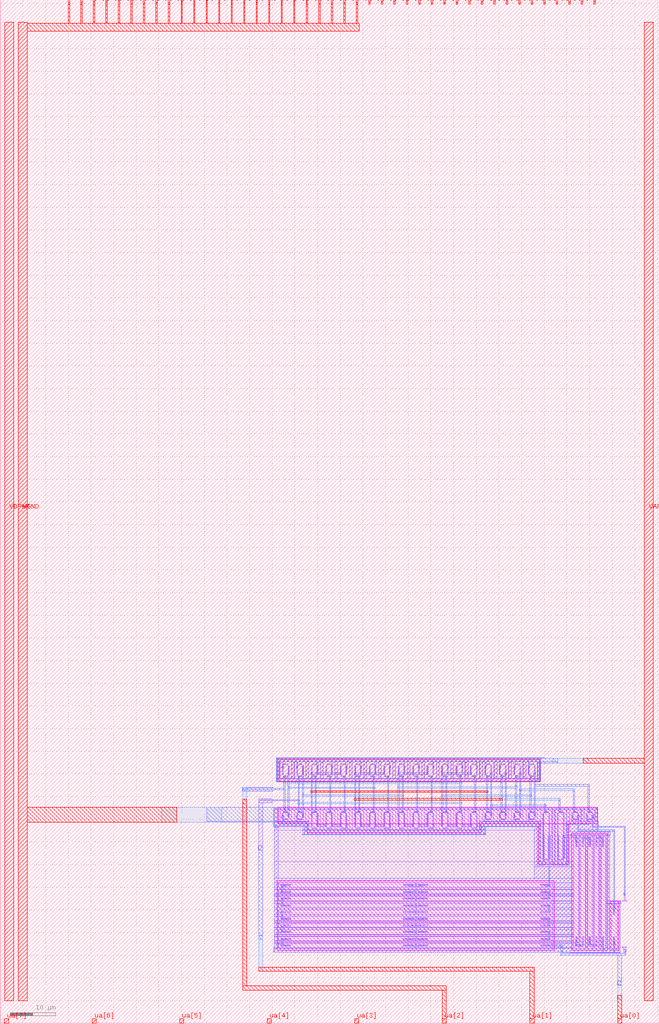
<source format=lef>
VERSION 5.7 ;
  NOWIREEXTENSIONATPIN ON ;
  DIVIDERCHAR "/" ;
  BUSBITCHARS "[]" ;
MACRO tt_um_DalinEM_G_Control
  CLASS BLOCK ;
  FOREIGN tt_um_DalinEM_G_Control ;
  ORIGIN 0.000 0.000 ;
  SIZE 145.360 BY 225.760 ;
  PIN clk
    DIRECTION INPUT ;
    USE SIGNAL ;
    PORT
      LAYER met4 ;
        RECT 128.190 224.760 128.490 225.760 ;
    END
  END clk
  PIN ena
    DIRECTION INPUT ;
    USE SIGNAL ;
    PORT
      LAYER met4 ;
        RECT 130.950 224.760 131.250 225.760 ;
    END
  END ena
  PIN rst_n
    DIRECTION INPUT ;
    USE SIGNAL ;
    PORT
      LAYER met4 ;
        RECT 125.430 224.760 125.730 225.760 ;
    END
  END rst_n
  PIN ua[0]
    DIRECTION INOUT ;
    USE SIGNAL ;
    PORT
      LAYER met4 ;
        RECT 136.170 0.000 137.070 1.000 ;
    END
  END ua[0]
  PIN ua[1]
    DIRECTION INOUT ;
    USE SIGNAL ;
    ANTENNAGATEAREA 13.000000 ;
    PORT
      LAYER met4 ;
        RECT 116.850 0.000 117.750 1.000 ;
    END
  END ua[1]
  PIN ua[2]
    DIRECTION INOUT ;
    USE SIGNAL ;
    ANTENNAGATEAREA 13.000000 ;
    PORT
      LAYER met4 ;
        RECT 97.530 0.000 98.430 1.000 ;
    END
  END ua[2]
  PIN ua[3]
    DIRECTION INOUT ;
    USE SIGNAL ;
    PORT
      LAYER met4 ;
        RECT 78.210 0.000 79.110 1.000 ;
    END
  END ua[3]
  PIN ua[4]
    DIRECTION INOUT ;
    USE SIGNAL ;
    PORT
      LAYER met4 ;
        RECT 58.890 0.000 59.790 1.000 ;
    END
  END ua[4]
  PIN ua[5]
    DIRECTION INOUT ;
    USE SIGNAL ;
    PORT
      LAYER met4 ;
        RECT 39.570 0.000 40.470 1.000 ;
    END
  END ua[5]
  PIN ua[6]
    DIRECTION INOUT ;
    USE SIGNAL ;
    PORT
      LAYER met4 ;
        RECT 20.250 0.000 21.150 1.000 ;
    END
  END ua[6]
  PIN ua[7]
    DIRECTION INOUT ;
    USE SIGNAL ;
    PORT
      LAYER met4 ;
        RECT 0.930 0.000 1.830 1.000 ;
    END
  END ua[7]
  PIN ui_in[0]
    DIRECTION INPUT ;
    USE SIGNAL ;
    PORT
      LAYER met4 ;
        RECT 122.670 224.760 122.970 225.760 ;
    END
  END ui_in[0]
  PIN ui_in[1]
    DIRECTION INPUT ;
    USE SIGNAL ;
    PORT
      LAYER met4 ;
        RECT 119.910 224.760 120.210 225.760 ;
    END
  END ui_in[1]
  PIN ui_in[2]
    DIRECTION INPUT ;
    USE SIGNAL ;
    PORT
      LAYER met4 ;
        RECT 117.150 224.760 117.450 225.760 ;
    END
  END ui_in[2]
  PIN ui_in[3]
    DIRECTION INPUT ;
    USE SIGNAL ;
    PORT
      LAYER met4 ;
        RECT 114.390 224.760 114.690 225.760 ;
    END
  END ui_in[3]
  PIN ui_in[4]
    DIRECTION INPUT ;
    USE SIGNAL ;
    PORT
      LAYER met4 ;
        RECT 111.630 224.760 111.930 225.760 ;
    END
  END ui_in[4]
  PIN ui_in[5]
    DIRECTION INPUT ;
    USE SIGNAL ;
    PORT
      LAYER met4 ;
        RECT 108.870 224.760 109.170 225.760 ;
    END
  END ui_in[5]
  PIN ui_in[6]
    DIRECTION INPUT ;
    USE SIGNAL ;
    PORT
      LAYER met4 ;
        RECT 106.110 224.760 106.410 225.760 ;
    END
  END ui_in[6]
  PIN ui_in[7]
    DIRECTION INPUT ;
    USE SIGNAL ;
    PORT
      LAYER met4 ;
        RECT 103.350 224.760 103.650 225.760 ;
    END
  END ui_in[7]
  PIN uio_in[0]
    DIRECTION INPUT ;
    USE SIGNAL ;
    PORT
      LAYER met4 ;
        RECT 100.590 224.760 100.890 225.760 ;
    END
  END uio_in[0]
  PIN uio_in[1]
    DIRECTION INPUT ;
    USE SIGNAL ;
    PORT
      LAYER met4 ;
        RECT 97.830 224.760 98.130 225.760 ;
    END
  END uio_in[1]
  PIN uio_in[2]
    DIRECTION INPUT ;
    USE SIGNAL ;
    PORT
      LAYER met4 ;
        RECT 95.070 224.760 95.370 225.760 ;
    END
  END uio_in[2]
  PIN uio_in[3]
    DIRECTION INPUT ;
    USE SIGNAL ;
    PORT
      LAYER met4 ;
        RECT 92.310 224.760 92.610 225.760 ;
    END
  END uio_in[3]
  PIN uio_in[4]
    DIRECTION INPUT ;
    USE SIGNAL ;
    PORT
      LAYER met4 ;
        RECT 89.550 224.760 89.850 225.760 ;
    END
  END uio_in[4]
  PIN uio_in[5]
    DIRECTION INPUT ;
    USE SIGNAL ;
    PORT
      LAYER met4 ;
        RECT 86.790 224.760 87.090 225.760 ;
    END
  END uio_in[5]
  PIN uio_in[6]
    DIRECTION INPUT ;
    USE SIGNAL ;
    PORT
      LAYER met4 ;
        RECT 84.030 224.760 84.330 225.760 ;
    END
  END uio_in[6]
  PIN uio_in[7]
    DIRECTION INPUT ;
    USE SIGNAL ;
    PORT
      LAYER met4 ;
        RECT 81.270 224.760 81.570 225.760 ;
    END
  END uio_in[7]
  PIN uio_oe[0]
    DIRECTION OUTPUT ;
    USE SIGNAL ;
    ANTENNADIFFAREA 259.387085 ;
    PORT
      LAYER met4 ;
        RECT 34.350 224.760 34.650 225.760 ;
    END
  END uio_oe[0]
  PIN uio_oe[1]
    DIRECTION OUTPUT ;
    USE SIGNAL ;
    ANTENNADIFFAREA 259.387085 ;
    PORT
      LAYER met4 ;
        RECT 31.590 224.760 31.890 225.760 ;
    END
  END uio_oe[1]
  PIN uio_oe[2]
    DIRECTION OUTPUT ;
    USE SIGNAL ;
    ANTENNADIFFAREA 259.387085 ;
    PORT
      LAYER met4 ;
        RECT 28.830 224.760 29.130 225.760 ;
    END
  END uio_oe[2]
  PIN uio_oe[3]
    DIRECTION OUTPUT ;
    USE SIGNAL ;
    ANTENNADIFFAREA 259.387085 ;
    PORT
      LAYER met4 ;
        RECT 26.070 224.760 26.370 225.760 ;
    END
  END uio_oe[3]
  PIN uio_oe[4]
    DIRECTION OUTPUT ;
    USE SIGNAL ;
    ANTENNADIFFAREA 259.387085 ;
    PORT
      LAYER met4 ;
        RECT 23.310 224.760 23.610 225.760 ;
    END
  END uio_oe[4]
  PIN uio_oe[5]
    DIRECTION OUTPUT ;
    USE SIGNAL ;
    ANTENNADIFFAREA 259.387085 ;
    PORT
      LAYER met4 ;
        RECT 20.550 224.760 20.850 225.760 ;
    END
  END uio_oe[5]
  PIN uio_oe[6]
    DIRECTION OUTPUT ;
    USE SIGNAL ;
    ANTENNADIFFAREA 259.387085 ;
    PORT
      LAYER met4 ;
        RECT 17.790 224.760 18.090 225.760 ;
    END
  END uio_oe[6]
  PIN uio_oe[7]
    DIRECTION OUTPUT ;
    USE SIGNAL ;
    ANTENNADIFFAREA 259.387085 ;
    PORT
      LAYER met4 ;
        RECT 15.030 224.760 15.330 225.760 ;
    END
  END uio_oe[7]
  PIN uio_out[0]
    DIRECTION OUTPUT ;
    USE SIGNAL ;
    ANTENNADIFFAREA 259.387085 ;
    PORT
      LAYER met4 ;
        RECT 56.430 224.760 56.730 225.760 ;
    END
  END uio_out[0]
  PIN uio_out[1]
    DIRECTION OUTPUT ;
    USE SIGNAL ;
    ANTENNADIFFAREA 259.387085 ;
    PORT
      LAYER met4 ;
        RECT 53.670 224.760 53.970 225.760 ;
    END
  END uio_out[1]
  PIN uio_out[2]
    DIRECTION OUTPUT ;
    USE SIGNAL ;
    ANTENNADIFFAREA 259.387085 ;
    PORT
      LAYER met4 ;
        RECT 50.910 224.760 51.210 225.760 ;
    END
  END uio_out[2]
  PIN uio_out[3]
    DIRECTION OUTPUT ;
    USE SIGNAL ;
    ANTENNADIFFAREA 259.387085 ;
    PORT
      LAYER met4 ;
        RECT 48.150 224.760 48.450 225.760 ;
    END
  END uio_out[3]
  PIN uio_out[4]
    DIRECTION OUTPUT ;
    USE SIGNAL ;
    ANTENNADIFFAREA 259.387085 ;
    PORT
      LAYER met4 ;
        RECT 45.390 224.760 45.690 225.760 ;
    END
  END uio_out[4]
  PIN uio_out[5]
    DIRECTION OUTPUT ;
    USE SIGNAL ;
    ANTENNADIFFAREA 259.387085 ;
    PORT
      LAYER met4 ;
        RECT 42.630 224.760 42.930 225.760 ;
    END
  END uio_out[5]
  PIN uio_out[6]
    DIRECTION OUTPUT ;
    USE SIGNAL ;
    ANTENNADIFFAREA 259.387085 ;
    PORT
      LAYER met4 ;
        RECT 39.870 224.760 40.170 225.760 ;
    END
  END uio_out[6]
  PIN uio_out[7]
    DIRECTION OUTPUT ;
    USE SIGNAL ;
    ANTENNADIFFAREA 259.387085 ;
    PORT
      LAYER met4 ;
        RECT 37.110 224.760 37.410 225.760 ;
    END
  END uio_out[7]
  PIN uo_out[0]
    DIRECTION OUTPUT ;
    USE SIGNAL ;
    ANTENNADIFFAREA 259.387085 ;
    PORT
      LAYER met4 ;
        RECT 78.510 224.760 78.810 225.760 ;
    END
  END uo_out[0]
  PIN uo_out[1]
    DIRECTION OUTPUT ;
    USE SIGNAL ;
    ANTENNADIFFAREA 259.387085 ;
    PORT
      LAYER met4 ;
        RECT 75.750 224.760 76.050 225.760 ;
    END
  END uo_out[1]
  PIN uo_out[2]
    DIRECTION OUTPUT ;
    USE SIGNAL ;
    ANTENNADIFFAREA 259.387085 ;
    PORT
      LAYER met4 ;
        RECT 72.990 224.760 73.290 225.760 ;
    END
  END uo_out[2]
  PIN uo_out[3]
    DIRECTION OUTPUT ;
    USE SIGNAL ;
    ANTENNADIFFAREA 259.387085 ;
    PORT
      LAYER met4 ;
        RECT 70.230 224.760 70.530 225.760 ;
    END
  END uo_out[3]
  PIN uo_out[4]
    DIRECTION OUTPUT ;
    USE SIGNAL ;
    ANTENNADIFFAREA 259.387085 ;
    PORT
      LAYER met4 ;
        RECT 67.470 224.760 67.770 225.760 ;
    END
  END uo_out[4]
  PIN uo_out[5]
    DIRECTION OUTPUT ;
    USE SIGNAL ;
    ANTENNADIFFAREA 259.387085 ;
    PORT
      LAYER met4 ;
        RECT 64.710 224.760 65.010 225.760 ;
    END
  END uo_out[5]
  PIN uo_out[6]
    DIRECTION OUTPUT ;
    USE SIGNAL ;
    ANTENNADIFFAREA 259.387085 ;
    PORT
      LAYER met4 ;
        RECT 61.950 224.760 62.250 225.760 ;
    END
  END uo_out[6]
  PIN uo_out[7]
    DIRECTION OUTPUT ;
    USE SIGNAL ;
    ANTENNADIFFAREA 259.387085 ;
    PORT
      LAYER met4 ;
        RECT 59.190 224.760 59.490 225.760 ;
    END
  END uo_out[7]
  PIN VDPWR
    DIRECTION INOUT ;
    USE POWER ;
    PORT
      LAYER met4 ;
        RECT 1.000 5.000 3.000 220.760 ;
    END
  END VDPWR
  PIN VGND
    DIRECTION INOUT ;
    USE GROUND ;
    PORT
      LAYER met4 ;
        RECT 4.000 5.000 6.000 220.760 ;
    END
  END VGND
  PIN VAPWR
    DIRECTION INOUT ;
    USE POWER ;
    PORT
      LAYER met4 ;
        RECT 142.000 5.000 144.000 220.760 ;
    END
  END VAPWR
  OBS
      LAYER nwell ;
        RECT 61.155 58.265 103.070 58.270 ;
        RECT 61.155 53.300 119.045 58.265 ;
        RECT 102.685 53.295 119.045 53.300 ;
      LAYER pwell ;
        RECT 64.495 47.590 131.675 47.605 ;
        RECT 61.305 44.025 131.675 47.590 ;
        RECT 61.305 44.010 64.585 44.025 ;
        RECT 67.690 42.025 106.115 44.025 ;
        RECT 118.810 35.025 125.285 44.025 ;
        RECT 61.065 16.125 122.175 31.455 ;
        RECT 126.060 16.110 133.990 41.930 ;
        RECT 134.415 16.105 136.425 26.925 ;
      LAYER li1 ;
        RECT 60.910 58.535 119.085 58.600 ;
        RECT 60.910 57.650 119.125 58.535 ;
        RECT 60.910 54.005 61.715 57.650 ;
        RECT 62.445 57.020 63.445 57.190 ;
        RECT 62.215 54.765 62.385 56.805 ;
        RECT 63.505 54.765 63.675 56.805 ;
        RECT 62.445 54.380 63.445 54.550 ;
        RECT 64.175 54.005 64.910 57.650 ;
        RECT 65.635 57.020 66.635 57.190 ;
        RECT 65.405 54.765 65.575 56.805 ;
        RECT 66.695 54.765 66.865 56.805 ;
        RECT 65.635 54.380 66.635 54.550 ;
        RECT 67.365 54.005 68.100 57.650 ;
        RECT 68.830 57.020 69.830 57.190 ;
        RECT 68.600 54.765 68.770 56.805 ;
        RECT 69.890 54.765 70.060 56.805 ;
        RECT 68.830 54.380 69.830 54.550 ;
        RECT 70.560 54.005 71.295 57.650 ;
        RECT 72.025 57.020 73.025 57.190 ;
        RECT 71.795 54.765 71.965 56.805 ;
        RECT 73.085 54.765 73.255 56.805 ;
        RECT 72.025 54.380 73.025 54.550 ;
        RECT 73.755 54.005 74.490 57.650 ;
        RECT 75.220 57.020 76.220 57.190 ;
        RECT 74.990 54.765 75.160 56.805 ;
        RECT 76.280 54.765 76.450 56.805 ;
        RECT 75.220 54.380 76.220 54.550 ;
        RECT 76.950 54.005 77.685 57.650 ;
        RECT 78.415 57.020 79.415 57.190 ;
        RECT 78.185 54.765 78.355 56.805 ;
        RECT 79.475 54.765 79.645 56.805 ;
        RECT 78.415 54.380 79.415 54.550 ;
        RECT 80.145 54.005 80.880 57.650 ;
        RECT 81.610 57.020 82.610 57.190 ;
        RECT 81.380 54.765 81.550 56.805 ;
        RECT 82.670 54.765 82.840 56.805 ;
        RECT 81.610 54.380 82.610 54.550 ;
        RECT 83.340 54.005 84.075 57.650 ;
        RECT 84.805 57.020 85.805 57.190 ;
        RECT 84.575 54.765 84.745 56.805 ;
        RECT 85.865 54.765 86.035 56.805 ;
        RECT 84.805 54.380 85.805 54.550 ;
        RECT 86.535 54.005 87.270 57.650 ;
        RECT 88.000 57.020 89.000 57.190 ;
        RECT 87.770 54.765 87.940 56.805 ;
        RECT 89.060 54.765 89.230 56.805 ;
        RECT 88.000 54.380 89.000 54.550 ;
        RECT 89.725 54.005 90.465 57.650 ;
        RECT 91.195 57.020 92.195 57.190 ;
        RECT 90.965 54.765 91.135 56.805 ;
        RECT 92.255 54.765 92.425 56.805 ;
        RECT 91.195 54.380 92.195 54.550 ;
        RECT 92.925 54.005 93.660 57.650 ;
        RECT 94.390 57.020 95.390 57.190 ;
        RECT 94.160 54.765 94.330 56.805 ;
        RECT 95.450 54.765 95.620 56.805 ;
        RECT 94.390 54.380 95.390 54.550 ;
        RECT 96.120 54.005 96.855 57.650 ;
        RECT 97.585 57.020 98.585 57.190 ;
        RECT 97.355 54.765 97.525 56.805 ;
        RECT 98.645 54.765 98.815 56.805 ;
        RECT 97.585 54.380 98.585 54.550 ;
        RECT 99.315 54.005 100.050 57.650 ;
        RECT 100.780 57.020 101.780 57.190 ;
        RECT 100.550 54.765 100.720 56.805 ;
        RECT 101.840 54.765 102.010 56.805 ;
        RECT 100.780 54.380 101.780 54.550 ;
        RECT 102.510 54.005 103.245 57.650 ;
        RECT 103.975 57.015 104.975 57.185 ;
        RECT 103.745 54.760 103.915 56.800 ;
        RECT 105.035 54.760 105.205 56.800 ;
        RECT 103.975 54.375 104.975 54.545 ;
        RECT 105.705 54.005 106.440 57.650 ;
        RECT 107.170 57.015 108.170 57.185 ;
        RECT 106.940 54.760 107.110 56.800 ;
        RECT 108.230 54.760 108.400 56.800 ;
        RECT 107.170 54.375 108.170 54.545 ;
        RECT 108.900 54.005 109.635 57.650 ;
        RECT 110.365 57.015 111.365 57.185 ;
        RECT 110.135 54.760 110.305 56.800 ;
        RECT 111.425 54.760 111.595 56.800 ;
        RECT 110.365 54.375 111.365 54.545 ;
        RECT 112.090 54.005 112.830 57.650 ;
        RECT 113.560 57.015 114.560 57.185 ;
        RECT 113.330 54.760 113.500 56.800 ;
        RECT 114.620 54.760 114.790 56.800 ;
        RECT 113.560 54.375 114.560 54.545 ;
        RECT 115.290 54.005 116.025 57.650 ;
        RECT 116.755 57.015 117.755 57.185 ;
        RECT 116.525 54.760 116.695 56.800 ;
        RECT 117.815 54.760 117.985 56.800 ;
        RECT 116.755 54.375 117.755 54.545 ;
        RECT 118.435 54.005 119.125 57.650 ;
        RECT 60.910 53.410 119.125 54.005 ;
        RECT 60.910 53.295 119.085 53.410 ;
        RECT 60.470 47.635 131.555 47.645 ;
        RECT 60.470 47.605 131.765 47.635 ;
        RECT 60.470 47.590 131.805 47.605 ;
        RECT 60.420 47.070 131.805 47.590 ;
        RECT 60.420 44.515 61.800 47.070 ;
        RECT 62.445 46.490 63.445 46.660 ;
        RECT 62.215 45.280 62.385 46.320 ;
        RECT 63.505 45.280 63.675 46.320 ;
        RECT 62.445 44.940 63.445 45.110 ;
        RECT 64.175 44.515 64.905 47.070 ;
        RECT 65.635 46.505 66.635 46.675 ;
        RECT 65.405 45.295 65.575 46.335 ;
        RECT 66.695 45.295 66.865 46.335 ;
        RECT 65.635 44.955 66.635 45.125 ;
        RECT 67.365 44.515 68.100 47.070 ;
        RECT 68.830 46.505 69.830 46.675 ;
        RECT 60.420 42.620 68.100 44.515 ;
        RECT 68.600 43.295 68.770 46.335 ;
        RECT 69.890 43.295 70.060 46.335 ;
        RECT 68.830 42.955 69.830 43.125 ;
        RECT 70.560 42.620 71.295 47.070 ;
        RECT 72.025 46.505 73.025 46.675 ;
        RECT 71.795 43.295 71.965 46.335 ;
        RECT 73.085 43.295 73.255 46.335 ;
        RECT 72.025 42.955 73.025 43.125 ;
        RECT 73.755 42.620 74.490 47.070 ;
        RECT 75.220 46.505 76.220 46.675 ;
        RECT 74.990 43.295 75.160 46.335 ;
        RECT 76.280 43.295 76.450 46.335 ;
        RECT 75.220 42.955 76.220 43.125 ;
        RECT 76.950 42.620 77.685 47.070 ;
        RECT 78.415 46.505 79.415 46.675 ;
        RECT 78.185 43.295 78.355 46.335 ;
        RECT 79.475 43.295 79.645 46.335 ;
        RECT 78.415 42.955 79.415 43.125 ;
        RECT 80.145 42.620 80.880 47.070 ;
        RECT 81.610 46.505 82.610 46.675 ;
        RECT 81.380 43.295 81.550 46.335 ;
        RECT 82.670 43.295 82.840 46.335 ;
        RECT 81.610 42.955 82.610 43.125 ;
        RECT 83.340 42.620 84.075 47.070 ;
        RECT 84.805 46.505 85.805 46.675 ;
        RECT 84.575 43.295 84.745 46.335 ;
        RECT 85.865 43.295 86.035 46.335 ;
        RECT 84.805 42.955 85.805 43.125 ;
        RECT 86.535 42.620 87.270 47.070 ;
        RECT 88.000 46.505 89.000 46.675 ;
        RECT 87.770 43.295 87.940 46.335 ;
        RECT 89.060 43.295 89.230 46.335 ;
        RECT 88.000 42.955 89.000 43.125 ;
        RECT 89.730 42.620 90.465 47.070 ;
        RECT 91.195 46.505 92.195 46.675 ;
        RECT 90.965 43.295 91.135 46.335 ;
        RECT 92.255 43.295 92.425 46.335 ;
        RECT 91.195 42.955 92.195 43.125 ;
        RECT 92.925 42.620 93.660 47.070 ;
        RECT 94.390 46.505 95.390 46.675 ;
        RECT 94.160 43.295 94.330 46.335 ;
        RECT 95.450 43.295 95.620 46.335 ;
        RECT 94.390 42.955 95.390 43.125 ;
        RECT 96.120 42.620 96.855 47.070 ;
        RECT 97.585 46.505 98.585 46.675 ;
        RECT 97.355 43.295 97.525 46.335 ;
        RECT 98.645 43.295 98.815 46.335 ;
        RECT 97.585 42.955 98.585 43.125 ;
        RECT 99.315 42.620 100.050 47.070 ;
        RECT 100.780 46.505 101.780 46.675 ;
        RECT 100.550 43.295 100.720 46.335 ;
        RECT 101.840 43.295 102.010 46.335 ;
        RECT 100.780 42.955 101.780 43.125 ;
        RECT 102.510 42.620 103.245 47.070 ;
        RECT 103.975 46.505 104.975 46.675 ;
        RECT 103.745 43.295 103.915 46.335 ;
        RECT 105.035 43.295 105.205 46.335 ;
        RECT 105.705 44.435 106.440 47.070 ;
        RECT 107.170 46.505 108.170 46.675 ;
        RECT 106.940 45.295 107.110 46.335 ;
        RECT 108.230 45.295 108.400 46.335 ;
        RECT 107.170 44.955 108.170 45.125 ;
        RECT 108.900 44.435 109.635 47.070 ;
        RECT 110.365 46.505 111.365 46.675 ;
        RECT 110.135 45.295 110.305 46.335 ;
        RECT 111.425 45.295 111.595 46.335 ;
        RECT 110.365 44.955 111.365 45.125 ;
        RECT 112.095 44.435 112.830 47.070 ;
        RECT 113.560 46.505 114.560 46.675 ;
        RECT 113.330 45.295 113.500 46.335 ;
        RECT 114.620 45.295 114.790 46.335 ;
        RECT 113.560 44.955 114.560 45.125 ;
        RECT 115.290 44.435 116.025 47.070 ;
        RECT 116.755 46.505 117.755 46.675 ;
        RECT 116.525 45.295 116.695 46.335 ;
        RECT 117.815 45.295 117.985 46.335 ;
        RECT 116.755 44.955 117.755 45.125 ;
        RECT 118.485 44.465 119.220 47.070 ;
        RECT 119.950 46.505 120.950 46.675 ;
        RECT 117.805 44.435 119.220 44.465 ;
        RECT 103.975 42.955 104.975 43.125 ;
        RECT 105.705 42.620 119.220 44.435 ;
        RECT 60.420 35.615 119.220 42.620 ;
        RECT 119.720 36.295 119.890 46.335 ;
        RECT 121.010 36.295 121.180 46.335 ;
        RECT 119.950 35.955 120.950 36.125 ;
        RECT 121.680 35.615 122.415 47.070 ;
        RECT 123.145 46.505 124.145 46.675 ;
        RECT 122.915 36.295 123.085 46.335 ;
        RECT 124.205 36.295 124.375 46.335 ;
        RECT 124.875 44.515 125.630 47.070 ;
        RECT 126.340 46.505 127.340 46.675 ;
        RECT 126.110 45.295 126.280 46.335 ;
        RECT 127.400 45.295 127.570 46.335 ;
        RECT 126.340 44.955 127.340 45.125 ;
        RECT 128.070 44.515 128.805 47.070 ;
        RECT 129.535 46.505 130.535 46.675 ;
        RECT 129.305 45.295 129.475 46.335 ;
        RECT 130.595 45.295 130.765 46.335 ;
        RECT 129.535 44.955 130.535 45.125 ;
        RECT 131.210 44.515 131.805 47.070 ;
        RECT 124.875 42.220 131.805 44.515 ;
        RECT 124.875 41.525 134.500 42.220 ;
        RECT 123.145 35.955 124.145 36.125 ;
        RECT 124.875 35.615 126.480 41.525 ;
        RECT 126.890 38.940 127.240 41.100 ;
        RECT 60.420 35.570 126.480 35.615 ;
        RECT 60.420 31.010 126.510 35.570 ;
        RECT 60.420 30.005 61.460 31.010 ;
        RECT 61.895 30.275 64.055 30.625 ;
        RECT 88.895 30.275 91.055 30.625 ;
        RECT 91.535 30.005 91.705 31.010 ;
        RECT 92.185 30.275 94.345 30.625 ;
        RECT 119.185 30.275 121.345 30.625 ;
        RECT 121.735 30.005 126.510 31.010 ;
        RECT 60.420 29.480 126.510 30.005 ;
        RECT 60.420 28.510 61.460 29.480 ;
        RECT 61.895 28.795 64.055 29.145 ;
        RECT 88.895 28.795 91.055 29.145 ;
        RECT 91.535 28.510 91.705 29.480 ;
        RECT 92.185 28.795 94.345 29.145 ;
        RECT 119.185 28.795 121.345 29.145 ;
        RECT 121.735 28.510 126.510 29.480 ;
        RECT 60.420 27.985 126.510 28.510 ;
        RECT 60.420 26.980 61.460 27.985 ;
        RECT 61.895 27.315 64.055 27.665 ;
        RECT 88.895 27.315 91.055 27.665 ;
        RECT 91.535 26.980 91.705 27.985 ;
        RECT 92.185 27.315 94.345 27.665 ;
        RECT 119.185 27.315 121.345 27.665 ;
        RECT 121.735 26.980 126.510 27.985 ;
        RECT 60.420 26.455 126.510 26.980 ;
        RECT 60.420 25.530 61.460 26.455 ;
        RECT 61.895 25.835 64.055 26.185 ;
        RECT 88.895 25.835 91.055 26.185 ;
        RECT 91.535 25.530 91.705 26.455 ;
        RECT 92.185 25.835 94.345 26.185 ;
        RECT 119.185 25.835 121.345 26.185 ;
        RECT 121.735 25.530 126.510 26.455 ;
        RECT 60.420 25.005 126.510 25.530 ;
        RECT 60.420 24.085 61.460 25.005 ;
        RECT 61.895 24.355 64.055 24.705 ;
        RECT 88.895 24.355 91.055 24.705 ;
        RECT 91.535 24.085 91.705 25.005 ;
        RECT 92.185 24.355 94.345 24.705 ;
        RECT 119.185 24.355 121.345 24.705 ;
        RECT 121.735 24.085 126.510 25.005 ;
        RECT 60.420 23.560 126.510 24.085 ;
        RECT 60.420 22.595 61.460 23.560 ;
        RECT 61.895 22.875 64.055 23.225 ;
        RECT 88.895 22.875 91.055 23.225 ;
        RECT 91.535 22.595 91.705 23.560 ;
        RECT 92.185 22.875 94.345 23.225 ;
        RECT 119.185 22.875 121.345 23.225 ;
        RECT 121.735 22.595 126.510 23.560 ;
        RECT 60.420 22.070 126.510 22.595 ;
        RECT 60.420 21.145 61.460 22.070 ;
        RECT 61.895 21.395 64.055 21.745 ;
        RECT 88.895 21.395 91.055 21.745 ;
        RECT 91.535 21.145 91.705 22.070 ;
        RECT 92.185 21.395 94.345 21.745 ;
        RECT 119.185 21.395 121.345 21.745 ;
        RECT 121.735 21.145 126.510 22.070 ;
        RECT 60.420 20.620 126.510 21.145 ;
        RECT 60.420 19.615 61.460 20.620 ;
        RECT 61.895 19.915 64.055 20.265 ;
        RECT 88.895 19.915 91.055 20.265 ;
        RECT 91.535 19.615 91.705 20.620 ;
        RECT 92.185 19.915 94.345 20.265 ;
        RECT 119.185 19.915 121.345 20.265 ;
        RECT 121.735 19.615 126.510 20.620 ;
        RECT 60.420 19.090 126.510 19.615 ;
        RECT 60.420 18.210 61.460 19.090 ;
        RECT 61.895 18.435 64.055 18.785 ;
        RECT 88.895 18.435 91.055 18.785 ;
        RECT 91.535 18.210 91.705 19.090 ;
        RECT 92.185 18.435 94.345 18.785 ;
        RECT 119.185 18.435 121.345 18.785 ;
        RECT 121.735 18.210 126.510 19.090 ;
        RECT 60.420 17.685 126.510 18.210 ;
        RECT 60.420 16.610 61.460 17.685 ;
        RECT 61.895 16.955 64.055 17.305 ;
        RECT 88.895 16.955 91.055 17.305 ;
        RECT 91.535 16.610 91.705 17.685 ;
        RECT 92.185 16.955 94.345 17.305 ;
        RECT 119.185 16.955 121.345 17.305 ;
        RECT 121.735 16.610 126.510 17.685 ;
        RECT 126.890 16.940 127.240 19.100 ;
        RECT 60.400 16.545 126.510 16.610 ;
        RECT 127.595 16.545 128.090 41.525 ;
        RECT 128.370 38.940 128.720 41.100 ;
        RECT 128.370 16.940 128.720 19.100 ;
        RECT 129.045 16.545 129.540 41.525 ;
        RECT 129.850 38.940 130.200 41.100 ;
        RECT 129.850 16.940 130.200 19.100 ;
        RECT 130.540 16.545 131.035 41.525 ;
        RECT 131.330 38.940 131.680 41.100 ;
        RECT 131.330 16.940 131.680 19.100 ;
        RECT 132.030 16.545 132.525 41.525 ;
        RECT 132.810 38.940 133.160 41.100 ;
        RECT 133.570 27.025 134.450 41.525 ;
        RECT 137.590 27.185 137.850 28.680 ;
        RECT 133.570 26.425 136.790 27.025 ;
        RECT 137.225 26.900 138.225 27.185 ;
        RECT 132.810 16.940 133.160 19.100 ;
        RECT 133.570 16.545 134.780 26.425 ;
        RECT 135.245 23.935 135.595 26.095 ;
        RECT 135.245 16.935 135.595 19.095 ;
        RECT 60.400 16.490 134.780 16.545 ;
        RECT 136.060 16.495 136.740 26.425 ;
        RECT 137.225 16.615 138.225 16.900 ;
        RECT 135.930 16.490 136.760 16.495 ;
        RECT 60.400 15.665 136.760 16.490 ;
        RECT 137.580 15.720 137.990 16.615 ;
        RECT 125.730 15.615 136.760 15.665 ;
      LAYER met1 ;
        RECT 60.930 58.500 61.610 58.540 ;
        RECT 118.475 58.535 119.155 58.595 ;
        RECT 118.455 58.500 119.175 58.535 ;
        RECT 60.930 58.480 119.175 58.500 ;
        RECT 60.910 57.725 119.175 58.480 ;
        RECT 60.910 53.950 61.630 57.725 ;
        RECT 62.465 56.990 63.425 57.220 ;
        RECT 62.185 56.725 62.415 56.785 ;
        RECT 62.120 56.325 62.480 56.725 ;
        RECT 62.185 54.785 62.415 56.325 ;
        RECT 63.475 55.245 63.705 56.785 ;
        RECT 63.410 54.845 63.770 55.245 ;
        RECT 63.475 54.785 63.705 54.845 ;
        RECT 62.475 54.580 62.975 54.595 ;
        RECT 62.465 54.350 63.425 54.580 ;
        RECT 62.475 54.335 62.975 54.350 ;
        RECT 64.215 53.950 64.860 57.725 ;
        RECT 65.655 56.990 66.615 57.220 ;
        RECT 65.375 56.725 65.605 56.785 ;
        RECT 65.310 56.325 65.670 56.725 ;
        RECT 65.375 54.785 65.605 56.325 ;
        RECT 66.665 55.245 66.895 56.785 ;
        RECT 66.600 54.845 66.960 55.245 ;
        RECT 66.665 54.785 66.895 54.845 ;
        RECT 65.665 54.580 66.165 54.595 ;
        RECT 65.655 54.350 66.615 54.580 ;
        RECT 65.665 54.335 66.165 54.350 ;
        RECT 67.425 53.950 68.070 57.725 ;
        RECT 68.850 56.990 69.810 57.220 ;
        RECT 68.570 55.245 68.800 56.785 ;
        RECT 69.860 56.725 70.090 56.785 ;
        RECT 69.795 56.325 70.155 56.725 ;
        RECT 68.505 54.845 68.865 55.245 ;
        RECT 68.570 54.785 68.800 54.845 ;
        RECT 69.860 54.785 70.090 56.325 ;
        RECT 69.300 54.580 69.800 54.590 ;
        RECT 68.850 54.350 69.810 54.580 ;
        RECT 69.300 54.330 69.800 54.350 ;
        RECT 70.635 53.950 71.280 57.725 ;
        RECT 72.045 56.990 73.005 57.220 ;
        RECT 71.765 55.245 71.995 56.785 ;
        RECT 73.055 56.725 73.285 56.785 ;
        RECT 72.990 56.325 73.350 56.725 ;
        RECT 71.700 54.845 72.060 55.245 ;
        RECT 71.765 54.785 71.995 54.845 ;
        RECT 73.055 54.785 73.285 56.325 ;
        RECT 72.495 54.580 72.995 54.595 ;
        RECT 72.045 54.350 73.005 54.580 ;
        RECT 72.495 54.335 72.995 54.350 ;
        RECT 73.795 53.950 74.440 57.725 ;
        RECT 75.240 56.990 76.200 57.220 ;
        RECT 74.960 55.245 75.190 56.785 ;
        RECT 76.250 56.725 76.480 56.785 ;
        RECT 76.185 56.325 76.545 56.725 ;
        RECT 74.895 54.845 75.255 55.245 ;
        RECT 74.960 54.785 75.190 54.845 ;
        RECT 76.250 54.785 76.480 56.325 ;
        RECT 75.690 54.580 76.190 54.595 ;
        RECT 75.240 54.350 76.200 54.580 ;
        RECT 75.690 54.335 76.190 54.350 ;
        RECT 77.000 53.950 77.645 57.725 ;
        RECT 78.435 56.990 79.395 57.220 ;
        RECT 78.155 55.245 78.385 56.785 ;
        RECT 79.445 56.725 79.675 56.785 ;
        RECT 79.380 56.325 79.740 56.725 ;
        RECT 78.090 54.845 78.450 55.245 ;
        RECT 78.155 54.785 78.385 54.845 ;
        RECT 79.445 54.785 79.675 56.325 ;
        RECT 78.885 54.580 79.385 54.595 ;
        RECT 78.435 54.350 79.395 54.580 ;
        RECT 78.885 54.335 79.385 54.350 ;
        RECT 80.205 53.950 80.850 57.725 ;
        RECT 81.630 56.990 82.590 57.220 ;
        RECT 81.350 55.245 81.580 56.785 ;
        RECT 82.640 56.725 82.870 56.785 ;
        RECT 82.575 56.325 82.935 56.725 ;
        RECT 81.285 54.845 81.645 55.245 ;
        RECT 81.350 54.785 81.580 54.845 ;
        RECT 82.640 54.785 82.870 56.325 ;
        RECT 82.080 54.580 82.580 54.595 ;
        RECT 81.630 54.350 82.590 54.580 ;
        RECT 82.080 54.335 82.580 54.350 ;
        RECT 83.430 53.950 84.075 57.725 ;
        RECT 84.825 56.990 85.785 57.220 ;
        RECT 84.545 55.245 84.775 56.785 ;
        RECT 85.835 56.725 86.065 56.785 ;
        RECT 85.770 56.325 86.130 56.725 ;
        RECT 84.480 54.845 84.840 55.245 ;
        RECT 84.545 54.785 84.775 54.845 ;
        RECT 85.835 54.785 86.065 56.325 ;
        RECT 85.275 54.580 85.775 54.595 ;
        RECT 84.825 54.350 85.785 54.580 ;
        RECT 85.275 54.335 85.775 54.350 ;
        RECT 85.320 53.950 85.905 53.955 ;
        RECT 86.545 53.950 87.190 57.725 ;
        RECT 88.020 56.990 88.980 57.220 ;
        RECT 87.740 55.245 87.970 56.785 ;
        RECT 89.030 56.725 89.260 56.785 ;
        RECT 88.965 56.325 89.325 56.725 ;
        RECT 87.675 54.845 88.035 55.245 ;
        RECT 87.740 54.785 87.970 54.845 ;
        RECT 89.030 54.785 89.260 56.325 ;
        RECT 88.470 54.580 88.970 54.595 ;
        RECT 88.020 54.350 88.980 54.580 ;
        RECT 88.470 54.335 88.970 54.350 ;
        RECT 89.795 53.950 90.440 57.725 ;
        RECT 91.215 56.990 92.175 57.220 ;
        RECT 90.935 55.245 91.165 56.785 ;
        RECT 92.225 56.725 92.455 56.785 ;
        RECT 92.160 56.325 92.520 56.725 ;
        RECT 90.870 54.845 91.230 55.245 ;
        RECT 90.935 54.785 91.165 54.845 ;
        RECT 92.225 54.785 92.455 56.325 ;
        RECT 91.665 54.580 92.165 54.595 ;
        RECT 91.215 54.350 92.175 54.580 ;
        RECT 91.665 54.335 92.165 54.350 ;
        RECT 92.975 53.950 93.620 57.725 ;
        RECT 94.410 56.990 95.370 57.220 ;
        RECT 94.130 55.245 94.360 56.785 ;
        RECT 95.420 56.725 95.650 56.785 ;
        RECT 95.355 56.325 95.715 56.725 ;
        RECT 94.065 54.845 94.425 55.245 ;
        RECT 94.130 54.785 94.360 54.845 ;
        RECT 95.420 54.785 95.650 56.325 ;
        RECT 94.860 54.580 95.360 54.595 ;
        RECT 94.410 54.350 95.370 54.580 ;
        RECT 94.860 54.335 95.360 54.350 ;
        RECT 96.180 53.950 96.825 57.725 ;
        RECT 97.605 56.990 98.565 57.220 ;
        RECT 97.325 55.245 97.555 56.785 ;
        RECT 98.615 56.725 98.845 56.785 ;
        RECT 98.550 56.325 98.910 56.725 ;
        RECT 97.260 54.845 97.620 55.245 ;
        RECT 97.325 54.785 97.555 54.845 ;
        RECT 98.615 54.785 98.845 56.325 ;
        RECT 98.055 54.580 98.555 54.595 ;
        RECT 97.605 54.350 98.565 54.580 ;
        RECT 98.055 54.335 98.555 54.350 ;
        RECT 99.340 53.950 99.985 57.725 ;
        RECT 100.800 56.990 101.760 57.220 ;
        RECT 100.520 55.245 100.750 56.785 ;
        RECT 101.810 56.725 102.040 56.785 ;
        RECT 101.745 56.325 102.105 56.725 ;
        RECT 100.455 54.845 100.815 55.245 ;
        RECT 100.520 54.785 100.750 54.845 ;
        RECT 101.810 54.785 102.040 56.325 ;
        RECT 101.250 54.580 101.750 54.595 ;
        RECT 100.800 54.350 101.760 54.580 ;
        RECT 101.250 54.335 101.750 54.350 ;
        RECT 102.565 53.950 103.210 57.725 ;
        RECT 103.995 56.985 104.955 57.215 ;
        RECT 103.715 55.240 103.945 56.780 ;
        RECT 105.005 56.720 105.235 56.780 ;
        RECT 104.940 56.320 105.300 56.720 ;
        RECT 103.650 54.840 104.010 55.240 ;
        RECT 103.715 54.780 103.945 54.840 ;
        RECT 105.005 54.780 105.235 56.320 ;
        RECT 104.445 54.575 104.945 54.590 ;
        RECT 103.995 54.345 104.955 54.575 ;
        RECT 104.445 54.330 104.945 54.345 ;
        RECT 105.750 53.950 106.395 57.725 ;
        RECT 107.190 56.985 108.150 57.215 ;
        RECT 106.910 56.720 107.140 56.780 ;
        RECT 106.845 56.320 107.205 56.720 ;
        RECT 106.910 54.780 107.140 56.320 ;
        RECT 108.200 55.240 108.430 56.780 ;
        RECT 108.135 54.840 108.495 55.240 ;
        RECT 108.200 54.780 108.430 54.840 ;
        RECT 107.200 54.575 107.700 54.590 ;
        RECT 107.190 54.345 108.150 54.575 ;
        RECT 107.200 54.330 107.700 54.345 ;
        RECT 108.975 53.950 109.620 57.725 ;
        RECT 110.385 56.985 111.345 57.215 ;
        RECT 110.105 56.720 110.335 56.780 ;
        RECT 110.040 56.320 110.400 56.720 ;
        RECT 110.105 54.780 110.335 56.320 ;
        RECT 111.395 55.240 111.625 56.780 ;
        RECT 111.330 54.840 111.690 55.240 ;
        RECT 111.395 54.780 111.625 54.840 ;
        RECT 110.395 54.575 110.895 54.590 ;
        RECT 110.385 54.345 111.345 54.575 ;
        RECT 110.395 54.330 110.895 54.345 ;
        RECT 112.180 53.950 112.825 57.725 ;
        RECT 113.580 56.985 114.540 57.215 ;
        RECT 113.300 56.720 113.530 56.780 ;
        RECT 113.235 56.320 113.595 56.720 ;
        RECT 113.300 54.780 113.530 56.320 ;
        RECT 114.590 55.240 114.820 56.780 ;
        RECT 114.525 54.840 114.885 55.240 ;
        RECT 114.590 54.780 114.820 54.840 ;
        RECT 113.590 54.575 114.090 54.590 ;
        RECT 113.580 54.345 114.540 54.575 ;
        RECT 113.590 54.330 114.090 54.345 ;
        RECT 115.360 53.950 116.005 57.725 ;
        RECT 116.775 56.985 117.735 57.215 ;
        RECT 116.495 56.720 116.725 56.780 ;
        RECT 116.430 56.320 116.790 56.720 ;
        RECT 116.495 54.780 116.725 56.320 ;
        RECT 117.785 55.240 118.015 56.780 ;
        RECT 117.720 54.840 118.080 55.240 ;
        RECT 117.785 54.780 118.015 54.840 ;
        RECT 116.785 54.575 117.285 54.590 ;
        RECT 116.775 54.345 117.735 54.575 ;
        RECT 116.785 54.330 117.285 54.345 ;
        RECT 118.455 53.950 119.175 57.725 ;
        RECT 60.910 53.410 119.175 53.950 ;
        RECT 60.910 53.355 119.155 53.410 ;
        RECT 60.930 53.350 119.155 53.355 ;
        RECT 60.930 53.300 119.030 53.350 ;
        RECT 60.930 53.295 61.610 53.300 ;
        RECT 56.990 49.325 60.035 49.540 ;
        RECT 56.990 49.025 66.055 49.325 ;
        RECT 56.990 48.640 60.035 49.025 ;
        RECT 56.990 39.105 57.890 48.640 ;
        RECT 131.180 47.620 131.835 47.665 ;
        RECT 60.360 47.375 131.835 47.620 ;
        RECT 60.370 47.110 131.835 47.375 ;
        RECT 60.370 44.545 61.310 47.110 ;
        RECT 65.665 46.705 66.165 46.720 ;
        RECT 69.300 46.705 69.800 46.720 ;
        RECT 72.495 46.705 72.995 46.720 ;
        RECT 75.690 46.705 76.190 46.720 ;
        RECT 78.885 46.705 79.385 46.720 ;
        RECT 82.080 46.705 82.580 46.720 ;
        RECT 85.275 46.705 85.775 46.720 ;
        RECT 88.470 46.705 88.970 46.720 ;
        RECT 91.665 46.705 92.165 46.720 ;
        RECT 94.860 46.705 95.360 46.720 ;
        RECT 98.055 46.705 98.555 46.720 ;
        RECT 101.250 46.705 101.750 46.720 ;
        RECT 104.445 46.705 104.945 46.720 ;
        RECT 107.200 46.705 107.700 46.720 ;
        RECT 110.395 46.705 110.895 46.720 ;
        RECT 113.590 46.705 114.090 46.720 ;
        RECT 116.785 46.705 117.285 46.720 ;
        RECT 119.980 46.705 120.480 46.720 ;
        RECT 62.475 46.690 62.975 46.705 ;
        RECT 62.465 46.460 63.425 46.690 ;
        RECT 65.655 46.475 66.615 46.705 ;
        RECT 68.850 46.475 69.810 46.705 ;
        RECT 72.045 46.475 73.005 46.705 ;
        RECT 75.240 46.475 76.200 46.705 ;
        RECT 78.435 46.475 79.395 46.705 ;
        RECT 81.630 46.475 82.590 46.705 ;
        RECT 84.825 46.475 85.785 46.705 ;
        RECT 88.020 46.475 88.980 46.705 ;
        RECT 91.215 46.475 92.175 46.705 ;
        RECT 94.410 46.475 95.370 46.705 ;
        RECT 97.605 46.475 98.565 46.705 ;
        RECT 100.800 46.475 101.760 46.705 ;
        RECT 103.995 46.475 104.955 46.705 ;
        RECT 107.190 46.475 108.150 46.705 ;
        RECT 110.385 46.475 111.345 46.705 ;
        RECT 113.580 46.475 114.540 46.705 ;
        RECT 116.775 46.475 117.735 46.705 ;
        RECT 119.970 46.475 120.930 46.705 ;
        RECT 65.665 46.460 66.165 46.475 ;
        RECT 69.300 46.460 69.800 46.475 ;
        RECT 72.495 46.460 72.995 46.475 ;
        RECT 75.690 46.460 76.190 46.475 ;
        RECT 78.885 46.460 79.385 46.475 ;
        RECT 82.080 46.460 82.580 46.475 ;
        RECT 85.275 46.460 85.775 46.475 ;
        RECT 88.470 46.460 88.970 46.475 ;
        RECT 91.665 46.460 92.165 46.475 ;
        RECT 94.860 46.460 95.360 46.475 ;
        RECT 98.055 46.460 98.555 46.475 ;
        RECT 101.250 46.460 101.750 46.475 ;
        RECT 104.445 46.460 104.945 46.475 ;
        RECT 107.200 46.460 107.700 46.475 ;
        RECT 110.395 46.460 110.895 46.475 ;
        RECT 113.590 46.460 114.090 46.475 ;
        RECT 116.785 46.460 117.285 46.475 ;
        RECT 119.980 46.460 120.480 46.475 ;
        RECT 62.475 46.445 62.975 46.460 ;
        RECT 62.185 45.760 62.415 46.300 ;
        RECT 63.475 46.240 63.705 46.300 ;
        RECT 63.410 45.840 63.770 46.240 ;
        RECT 62.120 45.360 62.480 45.760 ;
        RECT 62.185 45.300 62.415 45.360 ;
        RECT 63.475 45.300 63.705 45.840 ;
        RECT 65.375 45.775 65.605 46.315 ;
        RECT 66.665 46.255 66.895 46.315 ;
        RECT 68.570 46.255 68.800 46.315 ;
        RECT 66.600 45.855 66.960 46.255 ;
        RECT 68.505 45.855 68.865 46.255 ;
        RECT 65.310 45.375 65.670 45.775 ;
        RECT 65.375 45.315 65.605 45.375 ;
        RECT 66.665 45.315 66.895 45.855 ;
        RECT 62.465 44.910 63.425 45.140 ;
        RECT 65.655 44.925 66.615 45.155 ;
        RECT 60.370 44.460 68.085 44.545 ;
        RECT 60.370 43.320 68.100 44.460 ;
        RECT 60.390 43.290 68.100 43.320 ;
        RECT 68.570 43.315 68.800 45.855 ;
        RECT 69.860 43.775 70.090 46.315 ;
        RECT 71.765 43.775 71.995 46.315 ;
        RECT 73.055 43.775 73.285 46.315 ;
        RECT 74.960 43.775 75.190 46.315 ;
        RECT 76.250 43.775 76.480 46.315 ;
        RECT 78.155 46.255 78.385 46.315 ;
        RECT 78.090 45.855 78.450 46.255 ;
        RECT 69.795 43.375 70.155 43.775 ;
        RECT 71.700 43.375 72.060 43.775 ;
        RECT 72.990 43.375 73.350 43.775 ;
        RECT 74.895 43.375 75.255 43.775 ;
        RECT 76.185 43.375 76.545 43.775 ;
        RECT 69.860 43.315 70.090 43.375 ;
        RECT 71.765 43.315 71.995 43.375 ;
        RECT 73.055 43.315 73.285 43.375 ;
        RECT 74.960 43.315 75.190 43.375 ;
        RECT 76.250 43.315 76.480 43.375 ;
        RECT 78.155 43.315 78.385 45.855 ;
        RECT 79.445 43.775 79.675 46.315 ;
        RECT 81.350 43.775 81.580 46.315 ;
        RECT 82.640 43.775 82.870 46.315 ;
        RECT 84.545 43.775 84.775 46.315 ;
        RECT 85.835 43.775 86.065 46.315 ;
        RECT 87.740 46.255 87.970 46.315 ;
        RECT 87.675 45.855 88.035 46.255 ;
        RECT 79.380 43.375 79.740 43.775 ;
        RECT 81.285 43.375 81.645 43.775 ;
        RECT 82.575 43.375 82.935 43.775 ;
        RECT 84.480 43.375 84.840 43.775 ;
        RECT 85.770 43.375 86.130 43.775 ;
        RECT 79.445 43.315 79.675 43.375 ;
        RECT 81.350 43.315 81.580 43.375 ;
        RECT 82.640 43.315 82.870 43.375 ;
        RECT 84.545 43.315 84.775 43.375 ;
        RECT 85.835 43.315 86.065 43.375 ;
        RECT 87.740 43.315 87.970 45.855 ;
        RECT 89.030 43.775 89.260 46.315 ;
        RECT 90.935 43.775 91.165 46.315 ;
        RECT 92.225 43.775 92.455 46.315 ;
        RECT 94.130 43.775 94.360 46.315 ;
        RECT 95.420 43.775 95.650 46.315 ;
        RECT 97.325 46.255 97.555 46.315 ;
        RECT 97.260 45.855 97.620 46.255 ;
        RECT 88.965 43.375 89.325 43.775 ;
        RECT 90.870 43.375 91.230 43.775 ;
        RECT 92.160 43.375 92.520 43.775 ;
        RECT 94.065 43.375 94.425 43.775 ;
        RECT 95.355 43.375 95.715 43.775 ;
        RECT 89.030 43.315 89.260 43.375 ;
        RECT 90.935 43.315 91.165 43.375 ;
        RECT 92.225 43.315 92.455 43.375 ;
        RECT 94.130 43.315 94.360 43.375 ;
        RECT 95.420 43.315 95.650 43.375 ;
        RECT 97.325 43.315 97.555 45.855 ;
        RECT 98.615 43.775 98.845 46.315 ;
        RECT 100.520 43.775 100.750 46.315 ;
        RECT 101.810 43.775 102.040 46.315 ;
        RECT 103.715 43.775 103.945 46.315 ;
        RECT 105.005 43.775 105.235 46.315 ;
        RECT 106.910 45.775 107.140 46.315 ;
        RECT 108.200 46.255 108.430 46.315 ;
        RECT 108.135 45.855 108.495 46.255 ;
        RECT 106.845 45.375 107.205 45.775 ;
        RECT 106.910 45.315 107.140 45.375 ;
        RECT 108.200 45.315 108.430 45.855 ;
        RECT 110.105 45.775 110.335 46.315 ;
        RECT 111.395 46.255 111.625 46.315 ;
        RECT 111.330 45.855 111.690 46.255 ;
        RECT 110.040 45.375 110.400 45.775 ;
        RECT 110.105 45.315 110.335 45.375 ;
        RECT 111.395 45.315 111.625 45.855 ;
        RECT 113.300 45.775 113.530 46.315 ;
        RECT 114.590 46.255 114.820 46.315 ;
        RECT 114.525 45.855 114.885 46.255 ;
        RECT 113.235 45.375 113.595 45.775 ;
        RECT 113.300 45.315 113.530 45.375 ;
        RECT 114.590 45.315 114.820 45.855 ;
        RECT 116.495 45.775 116.725 46.315 ;
        RECT 117.785 46.255 118.015 46.315 ;
        RECT 117.720 45.855 118.080 46.255 ;
        RECT 116.430 45.375 116.790 45.775 ;
        RECT 116.495 45.315 116.725 45.375 ;
        RECT 117.785 45.315 118.015 45.855 ;
        RECT 107.190 44.925 108.150 45.155 ;
        RECT 110.385 44.925 111.345 45.155 ;
        RECT 113.580 44.925 114.540 45.155 ;
        RECT 116.775 44.925 117.735 45.155 ;
        RECT 105.815 44.470 107.120 44.475 ;
        RECT 117.775 44.470 119.230 44.525 ;
        RECT 105.815 44.425 119.250 44.470 ;
        RECT 98.550 43.375 98.910 43.775 ;
        RECT 100.455 43.375 100.815 43.775 ;
        RECT 101.745 43.375 102.105 43.775 ;
        RECT 103.650 43.375 104.010 43.775 ;
        RECT 104.940 43.375 105.300 43.775 ;
        RECT 98.615 43.315 98.845 43.375 ;
        RECT 100.520 43.315 100.750 43.375 ;
        RECT 101.810 43.315 102.040 43.375 ;
        RECT 103.715 43.315 103.945 43.375 ;
        RECT 105.005 43.315 105.235 43.375 ;
        RECT 56.960 38.205 57.920 39.105 ;
        RECT 60.390 31.935 61.285 43.290 ;
        RECT 66.715 42.650 68.100 43.290 ;
        RECT 105.700 43.290 119.250 44.425 ;
        RECT 68.850 42.925 69.810 43.155 ;
        RECT 72.045 42.925 73.005 43.155 ;
        RECT 75.240 42.925 76.200 43.155 ;
        RECT 78.435 42.925 79.395 43.155 ;
        RECT 81.630 42.925 82.590 43.155 ;
        RECT 84.825 42.925 85.785 43.155 ;
        RECT 88.020 42.925 88.980 43.155 ;
        RECT 91.215 42.925 92.175 43.155 ;
        RECT 94.410 42.925 95.370 43.155 ;
        RECT 97.605 42.925 98.565 43.155 ;
        RECT 100.800 42.925 101.760 43.155 ;
        RECT 103.995 42.925 104.955 43.155 ;
        RECT 105.700 42.650 107.120 43.290 ;
        RECT 66.715 41.645 107.120 42.650 ;
        RECT 66.715 41.600 68.100 41.645 ;
        RECT 105.815 41.565 107.120 41.645 ;
        RECT 117.775 35.625 119.250 43.290 ;
        RECT 119.690 41.375 119.920 46.315 ;
        RECT 120.980 41.375 121.210 46.315 ;
        RECT 119.625 36.375 119.985 41.375 ;
        RECT 120.915 36.375 121.275 41.375 ;
        RECT 119.690 36.315 119.920 36.375 ;
        RECT 120.980 36.315 121.210 36.375 ;
        RECT 119.970 35.925 120.930 36.155 ;
        RECT 121.760 35.625 122.275 47.110 ;
        RECT 123.175 46.705 123.675 46.720 ;
        RECT 123.165 46.475 124.125 46.705 ;
        RECT 123.175 46.460 123.675 46.475 ;
        RECT 122.885 41.375 123.115 46.315 ;
        RECT 124.175 41.375 124.405 46.315 ;
        RECT 124.850 44.545 125.660 47.110 ;
        RECT 126.370 46.705 126.870 46.720 ;
        RECT 126.360 46.475 127.320 46.705 ;
        RECT 126.370 46.460 126.870 46.475 ;
        RECT 126.080 45.875 126.310 46.315 ;
        RECT 127.370 45.875 127.600 46.315 ;
        RECT 126.015 45.375 126.375 45.875 ;
        RECT 127.305 45.375 127.665 45.875 ;
        RECT 126.080 45.315 126.310 45.375 ;
        RECT 127.370 45.315 127.600 45.375 ;
        RECT 126.360 44.925 127.320 45.155 ;
        RECT 128.105 44.545 128.785 47.110 ;
        RECT 129.565 46.705 130.065 46.720 ;
        RECT 129.555 46.475 130.515 46.705 ;
        RECT 129.565 46.460 130.065 46.475 ;
        RECT 129.275 45.875 129.505 46.315 ;
        RECT 130.565 45.875 130.795 46.315 ;
        RECT 129.210 45.375 129.570 45.875 ;
        RECT 130.500 45.375 130.860 45.875 ;
        RECT 129.275 45.315 129.505 45.375 ;
        RECT 130.565 45.315 130.795 45.375 ;
        RECT 129.555 44.925 130.515 45.155 ;
        RECT 131.180 44.545 131.835 47.110 ;
        RECT 124.850 42.250 131.865 44.545 ;
        RECT 124.850 41.495 134.560 42.250 ;
        RECT 122.820 36.375 123.180 41.375 ;
        RECT 124.110 36.375 124.470 41.375 ;
        RECT 122.885 36.315 123.115 36.375 ;
        RECT 124.175 36.315 124.405 36.375 ;
        RECT 123.165 35.925 124.125 36.155 ;
        RECT 124.850 35.625 126.510 41.495 ;
        RECT 126.940 41.010 127.190 41.070 ;
        RECT 126.885 40.010 127.245 41.010 ;
        RECT 126.940 38.965 127.190 40.010 ;
        RECT 117.775 34.520 126.535 35.625 ;
        RECT 117.775 32.015 126.485 34.520 ;
        RECT 117.775 31.935 126.505 32.015 ;
        RECT 60.390 30.980 126.505 31.935 ;
        RECT 60.390 29.955 61.285 30.980 ;
        RECT 61.935 30.575 63.035 30.580 ;
        RECT 89.915 30.575 91.015 30.580 ;
        RECT 92.225 30.575 93.325 30.580 ;
        RECT 120.205 30.575 121.305 30.580 ;
        RECT 61.925 30.325 64.030 30.575 ;
        RECT 88.920 30.325 91.025 30.575 ;
        RECT 92.215 30.325 94.320 30.575 ;
        RECT 119.210 30.325 121.315 30.575 ;
        RECT 61.935 30.320 63.035 30.325 ;
        RECT 89.915 30.320 91.015 30.325 ;
        RECT 92.225 30.320 93.325 30.325 ;
        RECT 120.205 30.320 121.305 30.325 ;
        RECT 121.760 29.955 126.505 30.980 ;
        RECT 60.390 29.565 126.505 29.955 ;
        RECT 60.390 28.465 61.285 29.565 ;
        RECT 61.935 29.095 63.035 29.100 ;
        RECT 89.915 29.095 91.015 29.100 ;
        RECT 92.225 29.095 93.325 29.100 ;
        RECT 120.205 29.095 121.305 29.100 ;
        RECT 61.925 28.845 64.030 29.095 ;
        RECT 88.920 28.845 91.025 29.095 ;
        RECT 92.215 28.845 94.320 29.095 ;
        RECT 119.210 28.845 121.315 29.095 ;
        RECT 61.935 28.840 63.035 28.845 ;
        RECT 89.915 28.840 91.015 28.845 ;
        RECT 92.225 28.840 93.325 28.845 ;
        RECT 120.205 28.840 121.305 28.845 ;
        RECT 121.760 28.465 126.505 29.565 ;
        RECT 60.390 28.075 126.505 28.465 ;
        RECT 60.390 26.890 61.285 28.075 ;
        RECT 61.935 27.615 63.035 27.620 ;
        RECT 89.915 27.615 91.015 27.620 ;
        RECT 92.225 27.615 93.325 27.620 ;
        RECT 120.205 27.615 121.305 27.620 ;
        RECT 61.925 27.365 64.030 27.615 ;
        RECT 88.920 27.365 91.025 27.615 ;
        RECT 92.215 27.365 94.320 27.615 ;
        RECT 119.210 27.365 121.315 27.615 ;
        RECT 61.935 27.360 63.035 27.365 ;
        RECT 89.915 27.360 91.015 27.365 ;
        RECT 92.225 27.360 93.325 27.365 ;
        RECT 120.205 27.360 121.305 27.365 ;
        RECT 121.760 26.890 126.505 28.075 ;
        RECT 60.390 26.500 126.505 26.890 ;
        RECT 60.390 25.440 61.285 26.500 ;
        RECT 61.935 26.135 63.035 26.140 ;
        RECT 89.915 26.135 91.015 26.140 ;
        RECT 92.225 26.135 93.325 26.140 ;
        RECT 120.205 26.135 121.305 26.140 ;
        RECT 61.925 25.885 64.030 26.135 ;
        RECT 88.920 25.885 91.025 26.135 ;
        RECT 92.215 25.885 94.320 26.135 ;
        RECT 119.210 25.885 121.315 26.135 ;
        RECT 61.935 25.880 63.035 25.885 ;
        RECT 89.915 25.880 91.015 25.885 ;
        RECT 92.225 25.880 93.325 25.885 ;
        RECT 120.205 25.880 121.305 25.885 ;
        RECT 121.760 25.440 126.505 26.500 ;
        RECT 60.390 25.050 126.505 25.440 ;
        RECT 60.390 23.990 61.285 25.050 ;
        RECT 61.935 24.655 63.035 24.660 ;
        RECT 89.915 24.655 91.015 24.660 ;
        RECT 92.225 24.655 93.325 24.660 ;
        RECT 120.205 24.655 121.305 24.660 ;
        RECT 61.925 24.405 64.030 24.655 ;
        RECT 88.920 24.405 91.025 24.655 ;
        RECT 92.215 24.405 94.320 24.655 ;
        RECT 119.210 24.405 121.315 24.655 ;
        RECT 61.935 24.400 63.035 24.405 ;
        RECT 89.915 24.400 91.015 24.405 ;
        RECT 92.225 24.400 93.325 24.405 ;
        RECT 120.205 24.400 121.305 24.405 ;
        RECT 121.760 23.990 126.505 25.050 ;
        RECT 60.390 23.600 126.505 23.990 ;
        RECT 60.390 22.545 61.285 23.600 ;
        RECT 61.935 23.175 63.035 23.180 ;
        RECT 89.915 23.175 91.015 23.180 ;
        RECT 92.225 23.175 93.325 23.180 ;
        RECT 120.205 23.175 121.305 23.180 ;
        RECT 61.925 22.925 64.030 23.175 ;
        RECT 88.920 22.925 91.025 23.175 ;
        RECT 92.215 22.925 94.320 23.175 ;
        RECT 119.210 22.925 121.315 23.175 ;
        RECT 61.935 22.920 63.035 22.925 ;
        RECT 89.915 22.920 91.015 22.925 ;
        RECT 92.225 22.920 93.325 22.925 ;
        RECT 120.205 22.920 121.305 22.925 ;
        RECT 121.760 22.545 126.505 23.600 ;
        RECT 60.390 22.155 126.505 22.545 ;
        RECT 60.390 21.050 61.285 22.155 ;
        RECT 61.935 21.695 63.035 21.700 ;
        RECT 89.915 21.695 91.015 21.700 ;
        RECT 92.225 21.695 93.325 21.700 ;
        RECT 120.205 21.695 121.305 21.700 ;
        RECT 61.925 21.445 64.030 21.695 ;
        RECT 88.920 21.445 91.025 21.695 ;
        RECT 92.215 21.445 94.320 21.695 ;
        RECT 119.210 21.445 121.315 21.695 ;
        RECT 61.935 21.440 63.035 21.445 ;
        RECT 89.915 21.440 91.015 21.445 ;
        RECT 92.225 21.440 93.325 21.445 ;
        RECT 120.205 21.440 121.305 21.445 ;
        RECT 121.760 21.050 126.505 22.155 ;
        RECT 60.390 20.660 126.505 21.050 ;
        RECT 60.390 19.560 61.285 20.660 ;
        RECT 61.935 20.215 63.035 20.220 ;
        RECT 89.915 20.215 91.015 20.220 ;
        RECT 92.225 20.215 93.325 20.220 ;
        RECT 120.205 20.215 121.305 20.220 ;
        RECT 61.925 19.965 64.030 20.215 ;
        RECT 88.920 19.965 91.025 20.215 ;
        RECT 92.215 19.965 94.320 20.215 ;
        RECT 119.210 19.965 121.315 20.215 ;
        RECT 61.935 19.960 63.035 19.965 ;
        RECT 89.915 19.960 91.015 19.965 ;
        RECT 92.225 19.960 93.325 19.965 ;
        RECT 120.205 19.960 121.305 19.965 ;
        RECT 121.760 19.560 126.505 20.660 ;
        RECT 60.390 19.170 126.505 19.560 ;
        RECT 60.390 18.110 61.285 19.170 ;
        RECT 61.935 18.735 63.035 18.740 ;
        RECT 89.920 18.735 91.020 18.740 ;
        RECT 92.225 18.735 93.325 18.740 ;
        RECT 120.205 18.735 121.305 18.740 ;
        RECT 61.925 18.485 64.030 18.735 ;
        RECT 88.920 18.485 91.025 18.735 ;
        RECT 92.215 18.485 94.320 18.735 ;
        RECT 119.210 18.485 121.315 18.735 ;
        RECT 61.935 18.480 63.035 18.485 ;
        RECT 89.920 18.480 91.020 18.485 ;
        RECT 92.225 18.480 93.325 18.485 ;
        RECT 120.205 18.480 121.305 18.485 ;
        RECT 121.760 18.110 126.505 19.170 ;
        RECT 60.390 17.720 126.505 18.110 ;
        RECT 126.940 18.030 127.190 19.075 ;
        RECT 60.390 16.640 61.285 17.720 ;
        RECT 61.935 17.255 63.035 17.260 ;
        RECT 89.915 17.255 91.015 17.260 ;
        RECT 92.225 17.255 93.325 17.260 ;
        RECT 120.205 17.255 121.305 17.260 ;
        RECT 61.925 17.005 64.030 17.255 ;
        RECT 88.920 17.005 91.025 17.255 ;
        RECT 92.215 17.005 94.320 17.255 ;
        RECT 119.210 17.005 121.315 17.255 ;
        RECT 61.935 17.000 63.035 17.005 ;
        RECT 89.915 17.000 91.015 17.005 ;
        RECT 92.225 17.000 93.325 17.005 ;
        RECT 120.205 17.000 121.305 17.005 ;
        RECT 121.760 16.640 126.505 17.720 ;
        RECT 126.885 17.030 127.245 18.030 ;
        RECT 126.940 16.970 127.190 17.030 ;
        RECT 60.340 16.490 126.535 16.640 ;
        RECT 127.690 16.490 128.040 41.495 ;
        RECT 128.420 41.010 128.670 41.070 ;
        RECT 128.365 40.010 128.725 41.010 ;
        RECT 128.420 38.965 128.670 40.010 ;
        RECT 128.420 18.030 128.670 19.075 ;
        RECT 128.365 17.030 128.725 18.030 ;
        RECT 128.420 16.970 128.670 17.030 ;
        RECT 129.100 16.490 129.450 41.495 ;
        RECT 129.900 41.010 130.150 41.070 ;
        RECT 129.845 40.010 130.205 41.010 ;
        RECT 129.900 38.965 130.150 40.010 ;
        RECT 129.900 18.030 130.150 19.075 ;
        RECT 129.845 17.030 130.205 18.030 ;
        RECT 129.900 16.970 130.150 17.030 ;
        RECT 130.590 16.490 130.940 41.495 ;
        RECT 131.380 41.010 131.630 41.070 ;
        RECT 131.325 40.010 131.685 41.010 ;
        RECT 131.380 38.965 131.630 40.010 ;
        RECT 131.380 18.030 131.630 19.075 ;
        RECT 131.325 17.030 131.685 18.030 ;
        RECT 131.380 16.970 131.630 17.030 ;
        RECT 132.085 16.490 132.435 41.495 ;
        RECT 132.860 41.010 133.110 41.070 ;
        RECT 132.805 40.010 133.165 41.010 ;
        RECT 132.860 38.965 133.110 40.010 ;
        RECT 133.620 27.055 134.480 41.495 ;
        RECT 137.560 28.680 137.880 28.740 ;
        RECT 137.540 28.335 137.900 28.680 ;
        RECT 137.560 28.275 137.880 28.335 ;
        RECT 133.620 26.395 136.850 27.055 ;
        RECT 132.860 18.030 133.110 19.075 ;
        RECT 132.805 17.030 133.165 18.030 ;
        RECT 132.860 16.970 133.110 17.030 ;
        RECT 133.620 16.490 134.795 26.395 ;
        RECT 135.295 26.005 135.545 26.065 ;
        RECT 135.240 25.005 135.600 26.005 ;
        RECT 135.295 23.960 135.545 25.005 ;
        RECT 135.295 18.025 135.545 19.070 ;
        RECT 135.240 17.025 135.600 18.025 ;
        RECT 135.295 16.965 135.545 17.025 ;
        RECT 136.060 16.555 136.770 26.395 ;
        RECT 135.900 16.490 136.790 16.555 ;
        RECT 60.340 15.635 136.790 16.490 ;
        RECT 137.550 16.170 138.020 16.230 ;
        RECT 137.530 15.720 138.040 16.170 ;
        RECT 137.550 15.660 138.020 15.720 ;
        RECT 125.670 15.585 136.790 15.635 ;
        RECT 135.900 15.555 136.790 15.585 ;
      LAYER met2 ;
        RECT 60.960 58.465 120.110 58.585 ;
        RECT 60.960 57.705 122.995 58.465 ;
        RECT 60.960 53.305 61.580 57.705 ;
        RECT 62.170 56.275 62.430 57.705 ;
        RECT 65.360 56.275 65.620 57.705 ;
        RECT 69.845 56.275 70.105 57.705 ;
        RECT 73.040 56.275 73.300 57.705 ;
        RECT 76.235 56.275 76.495 57.705 ;
        RECT 79.430 56.275 79.690 57.705 ;
        RECT 82.625 56.275 82.885 57.705 ;
        RECT 85.820 56.275 86.080 57.705 ;
        RECT 89.015 56.275 89.275 57.705 ;
        RECT 92.210 56.275 92.470 57.705 ;
        RECT 95.405 56.275 95.665 57.705 ;
        RECT 98.600 56.275 98.860 57.705 ;
        RECT 101.795 56.275 102.055 57.705 ;
        RECT 104.990 56.270 105.250 57.705 ;
        RECT 106.895 56.270 107.155 57.705 ;
        RECT 110.090 56.270 110.350 57.705 ;
        RECT 113.285 56.270 113.545 57.705 ;
        RECT 116.480 56.270 116.740 57.705 ;
        RECT 118.505 57.395 122.995 57.705 ;
        RECT 118.505 57.365 120.110 57.395 ;
        RECT 62.525 54.285 62.925 54.645 ;
        RECT 53.450 52.070 60.145 52.095 ;
        RECT 53.430 51.810 60.145 52.070 ;
        RECT 62.525 51.810 62.815 54.285 ;
        RECT 53.430 51.510 62.815 51.810 ;
        RECT 53.430 51.220 60.145 51.510 ;
        RECT 53.450 51.195 60.145 51.220 ;
        RECT 45.580 47.655 59.710 47.660 ;
        RECT 45.580 47.650 60.915 47.655 ;
        RECT 45.580 44.565 61.260 47.650 ;
        RECT 62.525 46.755 62.815 51.510 ;
        RECT 63.460 52.150 63.720 55.295 ;
        RECT 65.715 54.285 66.115 54.645 ;
        RECT 63.460 51.750 63.755 52.150 ;
        RECT 62.525 46.395 62.925 46.755 ;
        RECT 62.170 44.565 62.430 45.810 ;
        RECT 63.460 45.790 63.720 51.750 ;
        RECT 65.715 48.760 66.005 54.285 ;
        RECT 66.650 50.465 66.910 55.295 ;
        RECT 68.555 54.795 75.205 55.295 ;
        RECT 78.140 54.795 84.790 55.295 ;
        RECT 87.725 54.795 94.375 55.295 ;
        RECT 97.310 55.290 103.715 55.295 ;
        RECT 97.310 54.795 103.960 55.290 ;
        RECT 68.555 51.305 68.815 54.795 ;
        RECT 69.350 54.280 69.750 54.640 ;
        RECT 72.545 54.285 72.945 54.645 ;
        RECT 75.740 54.285 76.140 54.645 ;
        RECT 68.540 50.885 68.860 51.305 ;
        RECT 66.650 50.065 66.950 50.465 ;
        RECT 65.715 48.360 66.015 48.760 ;
        RECT 65.715 46.770 66.005 48.360 ;
        RECT 65.715 46.410 66.115 46.770 ;
        RECT 65.360 44.565 65.620 45.825 ;
        RECT 66.650 45.805 66.910 50.065 ;
        RECT 68.555 45.805 68.815 50.885 ;
        RECT 69.460 46.770 69.750 54.280 ;
        RECT 72.655 46.770 72.945 54.285 ;
        RECT 75.850 53.955 76.140 54.285 ;
        RECT 75.780 53.300 76.265 53.955 ;
        RECT 75.850 46.770 76.140 53.300 ;
        RECT 78.140 49.625 78.400 54.795 ;
        RECT 78.935 54.285 79.335 54.645 ;
        RECT 82.130 54.285 82.530 54.645 ;
        RECT 85.325 54.285 85.725 54.645 ;
        RECT 78.105 49.190 78.440 49.625 ;
        RECT 69.350 46.410 69.750 46.770 ;
        RECT 72.545 46.410 72.945 46.770 ;
        RECT 75.740 46.410 76.140 46.770 ;
        RECT 78.140 45.805 78.400 49.190 ;
        RECT 79.045 46.770 79.335 54.285 ;
        RECT 82.240 46.770 82.530 54.285 ;
        RECT 85.435 54.005 85.725 54.285 ;
        RECT 85.370 53.350 85.855 54.005 ;
        RECT 85.435 46.770 85.725 53.350 ;
        RECT 78.935 46.410 79.335 46.770 ;
        RECT 82.130 46.410 82.530 46.770 ;
        RECT 85.325 46.410 85.725 46.770 ;
        RECT 87.725 52.245 87.985 54.795 ;
        RECT 88.520 54.285 88.920 54.645 ;
        RECT 91.715 54.285 92.115 54.645 ;
        RECT 94.910 54.285 95.310 54.645 ;
        RECT 87.725 51.845 88.025 52.245 ;
        RECT 87.725 45.805 87.985 51.845 ;
        RECT 88.630 46.770 88.920 54.285 ;
        RECT 91.825 46.770 92.115 54.285 ;
        RECT 95.020 53.970 95.310 54.285 ;
        RECT 94.905 53.315 95.390 53.970 ;
        RECT 95.020 46.770 95.310 53.315 ;
        RECT 88.520 46.410 88.920 46.770 ;
        RECT 91.715 46.410 92.115 46.770 ;
        RECT 94.910 46.410 95.310 46.770 ;
        RECT 97.310 50.455 97.570 54.795 ;
        RECT 103.700 54.790 103.960 54.795 ;
        RECT 101.410 54.645 101.700 54.655 ;
        RECT 98.105 54.285 98.505 54.645 ;
        RECT 101.300 54.285 101.700 54.645 ;
        RECT 104.605 54.640 104.895 54.650 ;
        RECT 97.310 50.005 97.660 50.455 ;
        RECT 97.310 45.805 97.570 50.005 ;
        RECT 98.215 46.770 98.505 54.285 ;
        RECT 101.410 46.770 101.700 54.285 ;
        RECT 104.495 54.280 104.895 54.640 ;
        RECT 104.605 53.990 104.895 54.280 ;
        RECT 107.250 54.640 107.540 54.730 ;
        RECT 107.250 54.280 107.650 54.640 ;
        RECT 104.530 53.335 105.015 53.990 ;
        RECT 104.605 46.770 104.895 53.335 ;
        RECT 107.250 51.310 107.540 54.280 ;
        RECT 107.235 50.875 107.555 51.310 ;
        RECT 98.105 46.410 98.505 46.770 ;
        RECT 101.300 46.410 101.700 46.770 ;
        RECT 104.495 46.410 104.895 46.770 ;
        RECT 107.250 46.770 107.540 50.875 ;
        RECT 108.185 48.250 108.445 55.290 ;
        RECT 110.445 54.640 110.735 54.770 ;
        RECT 110.445 54.280 110.845 54.640 ;
        RECT 110.445 49.630 110.735 54.280 ;
        RECT 111.380 49.640 111.640 55.290 ;
        RECT 113.640 54.640 113.930 54.755 ;
        RECT 113.640 54.280 114.040 54.640 ;
        RECT 113.640 52.270 113.930 54.280 ;
        RECT 113.640 51.820 113.950 52.270 ;
        RECT 110.415 49.180 110.825 49.630 ;
        RECT 111.380 49.190 111.730 49.640 ;
        RECT 108.185 47.850 108.485 48.250 ;
        RECT 107.250 46.410 107.650 46.770 ;
        RECT 67.140 44.565 68.000 44.590 ;
        RECT 45.580 44.375 68.000 44.565 ;
        RECT 106.895 44.520 107.155 45.825 ;
        RECT 108.185 45.805 108.445 47.850 ;
        RECT 110.445 46.770 110.735 49.180 ;
        RECT 110.445 46.410 110.845 46.770 ;
        RECT 110.090 44.520 110.350 45.825 ;
        RECT 111.380 45.805 111.640 49.190 ;
        RECT 113.640 46.770 113.930 51.820 ;
        RECT 114.575 51.705 114.835 55.290 ;
        RECT 116.835 54.640 117.125 54.775 ;
        RECT 116.835 54.280 117.235 54.640 ;
        RECT 114.575 51.205 114.975 51.705 ;
        RECT 113.640 46.410 114.040 46.770 ;
        RECT 113.285 44.520 113.545 45.825 ;
        RECT 114.575 45.805 114.835 51.205 ;
        RECT 116.835 50.480 117.125 54.280 ;
        RECT 117.770 52.740 118.030 55.290 ;
        RECT 118.505 53.360 119.125 57.365 ;
        RECT 117.770 52.290 129.915 52.740 ;
        RECT 116.835 49.980 117.170 50.480 ;
        RECT 116.835 46.770 117.125 49.980 ;
        RECT 116.835 46.410 117.235 46.770 ;
        RECT 116.480 44.520 116.740 45.825 ;
        RECT 117.770 45.805 118.030 52.290 ;
        RECT 120.030 46.770 120.330 48.275 ;
        RECT 123.225 46.770 123.525 49.665 ;
        RECT 126.420 46.770 126.720 51.730 ;
        RECT 129.615 46.770 129.915 52.290 ;
        RECT 120.030 46.410 120.430 46.770 ;
        RECT 123.225 46.410 123.625 46.770 ;
        RECT 126.420 46.410 126.820 46.770 ;
        RECT 129.615 46.410 130.015 46.770 ;
        RECT 126.065 44.545 126.325 45.925 ;
        RECT 125.380 44.520 126.890 44.545 ;
        RECT 106.400 44.475 119.200 44.520 ;
        RECT 45.580 44.370 59.710 44.375 ;
        RECT 60.420 43.605 68.000 44.375 ;
        RECT 60.420 43.270 61.260 43.605 ;
        RECT 67.140 42.685 68.000 43.605 ;
        RECT 69.845 43.325 72.010 43.825 ;
        RECT 73.040 43.325 75.205 43.825 ;
        RECT 76.235 42.685 76.495 43.825 ;
        RECT 79.430 43.325 81.595 43.825 ;
        RECT 82.625 43.325 84.790 43.825 ;
        RECT 85.820 42.685 86.080 43.825 ;
        RECT 89.015 43.325 91.180 43.825 ;
        RECT 92.210 43.325 94.375 43.825 ;
        RECT 95.405 43.395 95.665 43.825 ;
        RECT 95.405 43.325 95.670 43.395 ;
        RECT 98.600 43.325 100.765 43.825 ;
        RECT 101.795 43.325 103.960 43.825 ;
        RECT 95.410 42.685 95.670 43.325 ;
        RECT 104.990 42.685 105.250 43.825 ;
        RECT 105.750 43.465 119.200 44.475 ;
        RECT 105.750 42.685 106.815 43.465 ;
        RECT 67.140 41.630 106.815 42.685 ;
        RECT 67.140 41.610 106.145 41.630 ;
        RECT 56.990 19.350 57.890 39.135 ;
        RECT 118.455 35.645 119.200 43.465 ;
        RECT 124.915 43.840 126.890 44.520 ;
        RECT 124.915 42.005 125.470 43.840 ;
        RECT 127.355 42.665 127.615 45.925 ;
        RECT 129.260 44.565 129.520 45.925 ;
        RECT 128.050 43.860 129.860 44.565 ;
        RECT 130.550 43.505 130.810 45.925 ;
        RECT 130.550 43.245 137.850 43.505 ;
        RECT 127.355 42.405 135.550 42.665 ;
        RECT 119.675 35.645 119.935 41.425 ;
        RECT 118.455 34.895 120.265 35.645 ;
        RECT 120.965 30.630 121.255 41.425 ;
        RECT 122.870 35.620 123.130 41.425 ;
        RECT 124.160 41.060 127.195 41.425 ;
        RECT 124.160 36.325 124.420 41.060 ;
        RECT 124.935 35.620 125.495 40.755 ;
        RECT 126.935 39.960 127.195 41.060 ;
        RECT 128.415 40.700 130.155 41.060 ;
        RECT 128.415 39.960 128.675 40.700 ;
        RECT 129.895 39.960 130.155 40.700 ;
        RECT 131.375 40.700 133.115 41.060 ;
        RECT 131.375 39.960 131.635 40.700 ;
        RECT 132.855 39.960 133.115 40.700 ;
        RECT 121.800 34.850 125.495 35.620 ;
        RECT 61.985 30.270 62.985 30.630 ;
        RECT 89.965 30.270 93.275 30.630 ;
        RECT 120.255 30.270 121.255 30.630 ;
        RECT 61.985 29.150 62.345 30.270 ;
        RECT 61.985 28.790 62.985 29.150 ;
        RECT 89.965 28.790 93.275 29.150 ;
        RECT 120.255 28.790 121.255 29.150 ;
        RECT 120.895 27.670 121.255 28.790 ;
        RECT 61.985 27.310 62.985 27.670 ;
        RECT 89.965 27.310 93.275 27.670 ;
        RECT 120.255 27.310 121.255 27.670 ;
        RECT 61.985 26.190 62.345 27.310 ;
        RECT 61.985 25.830 62.985 26.190 ;
        RECT 89.965 25.830 93.275 26.190 ;
        RECT 120.255 25.830 121.255 26.190 ;
        RECT 120.895 24.710 121.255 25.830 ;
        RECT 135.290 24.955 135.550 42.405 ;
        RECT 137.590 28.285 137.850 43.245 ;
        RECT 61.985 24.350 62.985 24.710 ;
        RECT 89.965 24.350 93.275 24.710 ;
        RECT 120.255 24.350 121.255 24.710 ;
        RECT 61.985 23.230 62.345 24.350 ;
        RECT 61.985 22.870 62.985 23.230 ;
        RECT 89.965 22.870 93.275 23.230 ;
        RECT 120.255 22.870 121.255 23.230 ;
        RECT 120.895 21.750 121.255 22.870 ;
        RECT 61.985 21.390 62.985 21.750 ;
        RECT 89.965 21.390 93.275 21.750 ;
        RECT 120.255 21.390 121.255 21.750 ;
        RECT 61.985 20.270 62.345 21.390 ;
        RECT 61.985 19.910 62.985 20.270 ;
        RECT 89.965 19.910 93.275 20.270 ;
        RECT 120.255 19.910 121.255 20.270 ;
        RECT 56.970 18.500 57.910 19.350 ;
        RECT 120.895 18.790 121.255 19.910 ;
        RECT 56.990 18.475 57.890 18.500 ;
        RECT 61.985 18.430 62.985 18.790 ;
        RECT 89.970 18.430 93.275 18.790 ;
        RECT 120.255 18.430 121.255 18.790 ;
        RECT 61.985 17.310 62.345 18.430 ;
        RECT 126.935 17.340 127.195 18.080 ;
        RECT 128.415 17.340 128.675 18.080 ;
        RECT 61.985 16.950 62.985 17.310 ;
        RECT 89.965 16.950 93.275 17.310 ;
        RECT 120.255 16.950 124.030 17.310 ;
        RECT 126.935 16.980 128.675 17.340 ;
        RECT 129.895 17.340 130.155 18.080 ;
        RECT 131.375 17.340 131.635 18.080 ;
        RECT 129.895 16.980 131.635 17.340 ;
        RECT 123.670 15.395 124.030 16.950 ;
        RECT 132.855 15.395 133.115 18.080 ;
        RECT 135.290 15.395 135.550 18.075 ;
        RECT 137.580 15.395 137.990 16.220 ;
        RECT 123.670 15.035 137.990 15.395 ;
        RECT 136.170 9.310 137.070 15.035 ;
        RECT 136.150 8.460 137.090 9.310 ;
        RECT 136.170 8.435 137.070 8.460 ;
      LAYER met3 ;
        RECT 121.905 58.465 122.975 58.490 ;
        RECT 121.905 57.395 129.715 58.465 ;
        RECT 121.905 57.370 122.975 57.395 ;
        RECT 62.475 53.165 62.865 53.190 ;
        RECT 91.775 53.165 92.165 53.190 ;
        RECT 101.360 53.165 101.750 53.190 ;
        RECT 62.475 52.865 101.895 53.165 ;
        RECT 62.475 52.840 62.865 52.865 ;
        RECT 91.775 52.840 92.165 52.865 ;
        RECT 101.360 52.840 101.750 52.865 ;
        RECT 113.590 52.220 114.000 52.245 ;
        RECT 63.410 52.100 63.805 52.125 ;
        RECT 72.605 52.100 72.995 52.125 ;
        RECT 82.190 52.100 82.580 52.125 ;
        RECT 53.450 48.470 54.350 52.095 ;
        RECT 63.410 51.800 82.760 52.100 ;
        RECT 87.675 51.870 114.000 52.220 ;
        RECT 113.590 51.845 114.000 51.870 ;
        RECT 63.410 51.775 63.805 51.800 ;
        RECT 72.605 51.775 72.995 51.800 ;
        RECT 82.190 51.775 82.580 51.800 ;
        RECT 126.370 51.680 126.770 51.705 ;
        RECT 68.490 50.910 69.315 51.280 ;
        RECT 106.925 50.900 107.605 51.285 ;
        RECT 114.525 51.230 126.770 51.680 ;
        RECT 126.370 51.205 126.770 51.230 ;
        RECT 66.600 50.415 67.000 50.440 ;
        RECT 69.410 50.415 69.800 50.440 ;
        RECT 88.580 50.415 88.970 50.440 ;
        RECT 116.785 50.430 117.220 50.455 ;
        RECT 66.600 50.115 89.025 50.415 ;
        RECT 66.600 50.090 67.000 50.115 ;
        RECT 69.410 50.090 69.800 50.115 ;
        RECT 88.580 50.090 88.970 50.115 ;
        RECT 97.260 50.030 117.220 50.430 ;
        RECT 116.785 50.005 117.220 50.030 ;
        RECT 123.175 49.615 123.575 49.640 ;
        RECT 78.055 49.215 78.990 49.600 ;
        RECT 109.950 49.205 110.875 49.605 ;
        RECT 111.330 49.215 123.575 49.615 ;
        RECT 123.175 49.190 123.575 49.215 ;
        RECT 65.665 48.710 66.065 48.735 ;
        RECT 78.995 48.710 79.385 48.735 ;
        RECT 98.165 48.710 98.555 48.735 ;
        RECT 53.455 48.445 54.345 48.470 ;
        RECT 65.665 48.410 101.895 48.710 ;
        RECT 65.665 48.385 66.065 48.410 ;
        RECT 78.995 48.385 79.385 48.410 ;
        RECT 98.165 48.385 98.555 48.410 ;
        RECT 119.980 48.225 120.380 48.250 ;
        RECT 108.135 47.875 120.380 48.225 ;
        RECT 119.980 47.850 120.380 47.875 ;
        RECT 45.600 47.660 48.890 47.685 ;
        RECT 35.590 44.370 48.890 47.660 ;
        RECT 45.600 44.345 48.890 44.370 ;
        RECT 56.990 12.365 57.890 19.375 ;
        RECT 56.965 11.475 57.915 12.365 ;
        RECT 56.990 11.470 57.890 11.475 ;
        RECT 136.170 6.195 137.070 9.335 ;
        RECT 136.145 5.305 137.095 6.195 ;
        RECT 136.170 5.300 137.070 5.305 ;
      LAYER met4 ;
        RECT 15.025 224.760 15.030 224.935 ;
        RECT 17.785 224.760 17.790 224.870 ;
        RECT 20.850 224.760 20.855 224.905 ;
        RECT 15.025 220.545 15.330 224.760 ;
        RECT 17.785 220.545 18.090 224.760 ;
        RECT 20.550 220.545 20.855 224.760 ;
        RECT 23.305 224.760 23.310 224.895 ;
        RECT 26.370 224.760 26.375 224.945 ;
        RECT 29.130 224.760 29.135 224.895 ;
        RECT 23.305 220.545 23.610 224.760 ;
        RECT 26.070 220.545 26.375 224.760 ;
        RECT 28.830 220.545 29.135 224.760 ;
        RECT 31.585 224.760 31.590 224.935 ;
        RECT 34.650 224.760 34.655 224.850 ;
        RECT 37.410 224.760 37.415 224.835 ;
        RECT 40.170 224.760 40.175 224.915 ;
        RECT 42.930 224.760 42.935 224.905 ;
        RECT 31.585 220.545 31.890 224.760 ;
        RECT 34.350 220.545 34.655 224.760 ;
        RECT 37.110 220.545 37.415 224.760 ;
        RECT 39.870 220.545 40.175 224.760 ;
        RECT 42.630 220.545 42.935 224.760 ;
        RECT 45.385 224.760 45.390 224.915 ;
        RECT 48.145 224.760 48.150 224.795 ;
        RECT 51.210 224.760 51.215 224.850 ;
        RECT 53.970 224.760 53.975 224.960 ;
        RECT 56.730 224.760 56.735 224.960 ;
        RECT 59.490 224.760 59.495 224.885 ;
        RECT 45.385 220.545 45.690 224.760 ;
        RECT 48.145 220.545 48.450 224.760 ;
        RECT 50.910 220.545 51.215 224.760 ;
        RECT 53.670 220.545 53.975 224.760 ;
        RECT 56.430 220.545 56.735 224.760 ;
        RECT 59.190 220.545 59.495 224.760 ;
        RECT 61.945 224.760 61.950 224.840 ;
        RECT 64.705 224.760 64.710 224.975 ;
        RECT 67.770 224.760 67.775 224.915 ;
        RECT 61.945 220.545 62.250 224.760 ;
        RECT 64.705 220.545 65.010 224.760 ;
        RECT 67.470 220.545 67.775 224.760 ;
        RECT 70.225 224.760 70.230 224.945 ;
        RECT 76.050 224.760 76.060 224.980 ;
        RECT 70.225 220.545 70.530 224.760 ;
        RECT 72.990 220.545 73.290 224.760 ;
        RECT 75.750 220.545 76.060 224.760 ;
        RECT 78.500 224.760 78.510 224.840 ;
        RECT 78.500 220.545 78.810 224.760 ;
        RECT 6.000 218.775 79.195 220.545 ;
        RECT 128.620 58.465 129.690 58.470 ;
        RECT 128.620 57.395 142.000 58.465 ;
        RECT 128.620 57.390 129.690 57.395 ;
        RECT 107.230 51.260 107.560 51.265 ;
        RECT 68.535 50.925 107.560 51.260 ;
        RECT 107.230 50.920 107.560 50.925 ;
        RECT 110.410 49.580 110.830 49.585 ;
        RECT 35.615 47.660 38.905 47.665 ;
        RECT 6.000 44.370 38.905 47.660 ;
        RECT 35.615 44.365 38.905 44.370 ;
        RECT 53.450 8.230 54.350 49.370 ;
        RECT 78.100 49.230 110.830 49.580 ;
        RECT 110.410 49.225 110.830 49.230 ;
        RECT 56.990 11.470 117.750 12.370 ;
        RECT 53.450 7.330 98.430 8.230 ;
        RECT 97.530 1.000 98.430 7.330 ;
        RECT 116.850 1.000 117.750 11.470 ;
        RECT 136.170 1.000 137.070 6.200 ;
  END
END tt_um_DalinEM_G_Control
END LIBRARY


</source>
